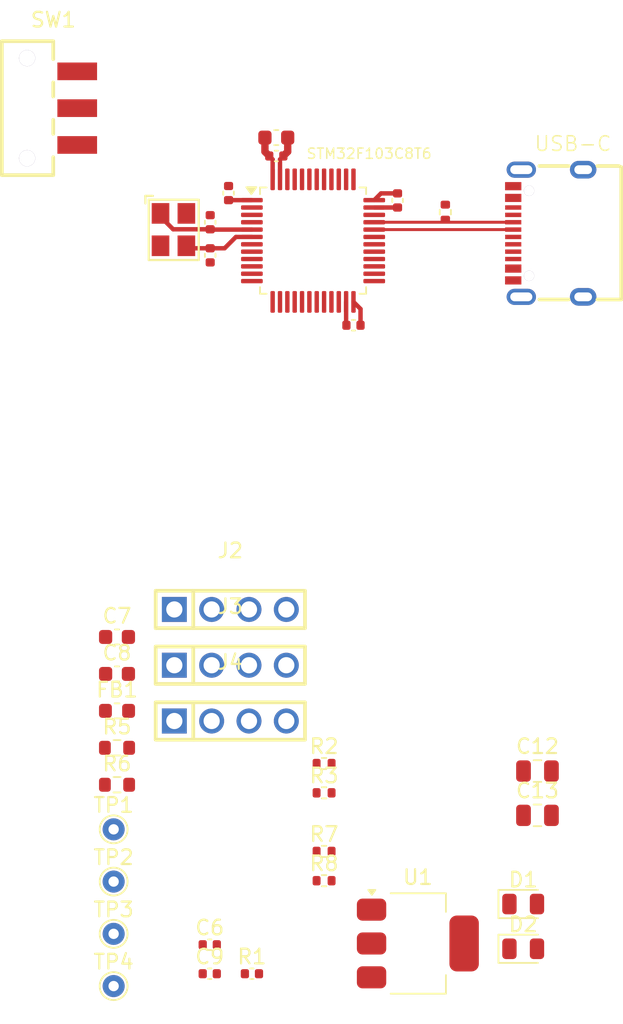
<source format=kicad_pcb>
(kicad_pcb (version 20241229) (generator "pcbnew") (generator_version "9.0")
  (layers (0 "F.Cu" signal) (2 "B.Cu" power) (13 "F.Paste" user) (15 "B.Paste" user) (5 "F.SilkS" user "F.Silkscreen") (7 "B.SilkS" user "B.Silkscreen") (1 "F.Mask" user) (3 "B.Mask" user) (25 "Edge.Cuts" user))
  (net 0 "")
  (net 1 "+3V3")
  (net 2 "GND")
  (net 3 "3V3A")
  (net 4 "/NRST")
  (net 5 "/HSE_IN")
  (net 6 "/HSE_OUT")
  (net 7 "VBUS")
  (net 8 "/PWR_LED")
  (net 9 "/DEBUG_LED")
  (net 10 "/SWDIO")
  (net 11 "/SWCLK")
  (net 12 "/USART_RX")
  (net 13 "/USART_TX")
  (net 14 "/I2C2_SDA")
  (net 15 "/I2C2_SCL")
  (net 16 "/BOOT0")
  (net 17 "/SW_BOOT0")
  (net 18 "Net-(J1-CC1)")
  (net 19 "Net-(J1-CC2)")
  (net 20 "/USB_D+")
  (net 21 "DEBUG")
  (net 24 "/USB_D-")
  (footprint "Package_QFP:LQFP-48_7x7mm_P0.5mm" (layer "F.Cu") (at 148.5 105)
    (property "Reference" "U2" (hide yes))
    (property "Value" "STM32F103C8T6")
    (fp_line (start -3.61 -3.61) (end -3.61 -3.16) (stroke (width 0.12)) (layer "F.SilkS"))
    (fp_line (start -3.61 3.61) (end -3.61 3.16) (stroke (width 0.12)) (layer "F.SilkS"))
    (fp_line (start -3.16 -3.61) (end -3.61 -3.61) (stroke (width 0.12)) (layer "F.SilkS"))
    (fp_line (start -3.16 3.61) (end -3.61 3.61) (stroke (width 0.12)) (layer "F.SilkS"))
    (fp_line (start 3.16 -3.61) (end 3.61 -3.61) (stroke (width 0.12)) (layer "F.SilkS"))
    (fp_line (start 3.16 3.61) (end 3.61 3.61) (stroke (width 0.12)) (layer "F.SilkS"))
    (fp_line (start 3.61 -3.61) (end 3.61 -3.16) (stroke (width 0.12)) (layer "F.SilkS"))
    (fp_line (start 3.61 3.61) (end 3.61 3.16) (stroke (width 0.12)) (layer "F.SilkS"))
    (fp_poly (pts (xy -4.2 -3.16) (xy -4.54 -3.63) (xy -3.86 -3.63)) (stroke (width 0.12)) (fill yes) (layer "F.SilkS"))
    (pad "1" smd roundrect (at -4.1625 -2.75) (size 1.475 0.3) (layers "F.Cu" "F.Mask" "F.Paste") (net 1 "+3V3"))
    (pad "2" smd roundrect (at -4.1625 -2.25) (size 1.475 0.3) (layers "F.Cu" "F.Mask" "F.Paste") (net 21 "DEBUG"))
    (pad "3" smd roundrect (at -4.1625 -1.75) (size 1.475 0.3) (layers "F.Cu" "F.Mask" "F.Paste"))
    (pad "4" smd roundrect (at -4.1625 -1.25) (size 1.475 0.3) (layers "F.Cu" "F.Mask" "F.Paste"))
    (pad "5" smd roundrect (at -4.1625 -0.75) (size 1.475 0.3) (layers "F.Cu" "F.Mask" "F.Paste") (net 5 "/HSE_IN"))
    (pad "6" smd roundrect (at -4.1625 -0.25) (size 1.475 0.3) (layers "F.Cu" "F.Mask" "F.Paste") (net 6 "/HSE_OUT"))
    (pad "7" smd roundrect (at -4.1625 0.25) (size 1.475 0.3) (layers "F.Cu" "F.Mask" "F.Paste") (net 4 "/NRST"))
    (pad "8" smd roundrect (at -4.1625 0.75) (size 1.475 0.3) (layers "F.Cu" "F.Mask" "F.Paste") (net 2 "GND"))
    (pad "9" smd roundrect (at -4.1625 1.25) (size 1.475 0.3) (layers "F.Cu" "F.Mask" "F.Paste") (net 3 "3V3A"))
    (pad "10" smd roundrect (at -4.1625 1.75) (size 1.475 0.3) (layers "F.Cu" "F.Mask" "F.Paste"))
    (pad "11" smd roundrect (at -4.1625 2.25) (size 1.475 0.3) (layers "F.Cu" "F.Mask" "F.Paste"))
    (pad "12" smd roundrect (at -4.1625 2.75) (size 1.475 0.3) (layers "F.Cu" "F.Mask" "F.Paste"))
    (pad "13" smd roundrect (at -2.75 4.1625) (size 0.3 1.475) (layers "F.Cu" "F.Mask" "F.Paste"))
    (pad "14" smd roundrect (at -2.25 4.1625) (size 0.3 1.475) (layers "F.Cu" "F.Mask" "F.Paste"))
    (pad "15" smd roundrect (at -1.75 4.1625) (size 0.3 1.475) (layers "F.Cu" "F.Mask" "F.Paste"))
    (pad "16" smd roundrect (at -1.25 4.1625) (size 0.3 1.475) (layers "F.Cu" "F.Mask" "F.Paste"))
    (pad "17" smd roundrect (at -0.75 4.1625) (size 0.3 1.475) (layers "F.Cu" "F.Mask" "F.Paste"))
    (pad "18" smd roundrect (at -0.25 4.1625) (size 0.3 1.475) (layers "F.Cu" "F.Mask" "F.Paste"))
    (pad "19" smd roundrect (at 0.25 4.1625) (size 0.3 1.475) (layers "F.Cu" "F.Mask" "F.Paste"))
    (pad "20" smd roundrect (at 0.75 4.1625) (size 0.3 1.475) (layers "F.Cu" "F.Mask" "F.Paste"))
    (pad "21" smd roundrect (at 1.25 4.1625) (size 0.3 1.475) (layers "F.Cu" "F.Mask" "F.Paste") (net 15 "/I2C2_SCL"))
    (pad "22" smd roundrect (at 1.75 4.1625) (size 0.3 1.475) (layers "F.Cu" "F.Mask" "F.Paste") (net 14 "/I2C2_SDA"))
    (pad "23" smd roundrect (at 2.25 4.1625) (size 0.3 1.475) (layers "F.Cu" "F.Mask" "F.Paste") (net 2 "GND"))
    (pad "24" smd roundrect (at 2.75 4.1625) (size 0.3 1.475) (layers "F.Cu" "F.Mask" "F.Paste") (net 1 "+3V3"))
    (pad "25" smd roundrect (at 4.1625 2.75) (size 1.475 0.3) (layers "F.Cu" "F.Mask" "F.Paste"))
    (pad "26" smd roundrect (at 4.1625 2.25) (size 1.475 0.3) (layers "F.Cu" "F.Mask" "F.Paste"))
    (pad "27" smd roundrect (at 4.1625 1.75) (size 1.475 0.3) (layers "F.Cu" "F.Mask" "F.Paste"))
    (pad "28" smd roundrect (at 4.1625 1.25) (size 1.475 0.3) (layers "F.Cu" "F.Mask" "F.Paste"))
    (pad "29" smd roundrect (at 4.1625 0.75) (size 1.475 0.3) (layers "F.Cu" "F.Mask" "F.Paste"))
    (pad "30" smd roundrect (at 4.1625 0.25) (size 1.475 0.3) (layers "F.Cu" "F.Mask" "F.Paste"))
    (pad "31" smd roundrect (at 4.1625 -0.25) (size 1.475 0.3) (layers "F.Cu" "F.Mask" "F.Paste"))
    (pad "32" smd roundrect (at 4.1625 -0.75) (size 1.475 0.3) (layers "F.Cu" "F.Mask" "F.Paste") (net 24 "/USB_D-"))
    (pad "33" smd roundrect (at 4.1625 -1.25) (size 1.475 0.3) (layers "F.Cu" "F.Mask" "F.Paste") (net 20 "/USB_D+"))
    (pad "34" smd roundrect (at 4.1625 -1.75) (size 1.475 0.3) (layers "F.Cu" "F.Mask" "F.Paste") (net 10 "/SWDIO"))
    (pad "35" smd roundrect (at 4.1625 -2.25) (size 1.475 0.3) (layers "F.Cu" "F.Mask" "F.Paste") (net 2 "GND"))
    (pad "36" smd roundrect (at 4.1625 -2.75) (size 1.475 0.3) (layers "F.Cu" "F.Mask" "F.Paste") (net 1 "+3V3"))
    (pad "37" smd roundrect (at 2.75 -4.1625) (size 0.3 1.475) (layers "F.Cu" "F.Mask" "F.Paste") (net 11 "/SWCLK"))
    (pad "38" smd roundrect (at 2.25 -4.1625) (size 0.3 1.475) (layers "F.Cu" "F.Mask" "F.Paste"))
    (pad "39" smd roundrect (at 1.75 -4.1625) (size 0.3 1.475) (layers "F.Cu" "F.Mask" "F.Paste"))
    (pad "40" smd roundrect (at 1.25 -4.1625) (size 0.3 1.475) (layers "F.Cu" "F.Mask" "F.Paste"))
    (pad "41" smd roundrect (at 0.75 -4.1625) (size 0.3 1.475) (layers "F.Cu" "F.Mask" "F.Paste"))
    (pad "42" smd roundrect (at 0.25 -4.1625) (size 0.3 1.475) (layers "F.Cu" "F.Mask" "F.Paste") (net 13 "/USART_TX"))
    (pad "43" smd roundrect (at -0.25 -4.1625) (size 0.3 1.475) (layers "F.Cu" "F.Mask" "F.Paste") (net 12 "/USART_RX"))
    (pad "44" smd roundrect (at -0.75 -4.1625) (size 0.3 1.475) (layers "F.Cu" "F.Mask" "F.Paste") (net 16 "/BOOT0"))
    (pad "45" smd roundrect (at -1.25 -4.1625) (size 0.3 1.475) (layers "F.Cu" "F.Mask" "F.Paste"))
    (pad "46" smd roundrect (at -1.75 -4.1625) (size 0.3 1.475) (layers "F.Cu" "F.Mask" "F.Paste"))
    (pad "47" smd roundrect (at -2.25 -4.1625) (size 0.3 1.475) (layers "F.Cu" "F.Mask" "F.Paste") (net 2 "GND"))
    (pad "48" smd roundrect (at -2.75 -4.1625) (size 0.3 1.475) (layers "F.Cu" "F.Mask" "F.Paste") (net 1 "+3V3"))
  )
  (footprint "Capacitor_SMD:C_0402_1005Metric" (layer "F.Cu") (at 146 99.25)
    (property "Reference" "C3" (hide yes))
    (property "Value" "100n")
    (fp_line (start -0.107836 -0.36) (end 0.107836 -0.36) (stroke (width 0.12)) (layer "F.SilkS"))
    (fp_line (start -0.107836 0.36) (end 0.107836 0.36) (stroke (width 0.12)) (layer "F.SilkS"))
    (pad "1" smd roundrect (at -0.48 0) (size 0.56 0.62) (layers "F.Cu" "F.Mask" "F.Paste") (net 1 "+3V3"))
    (pad "2" smd roundrect (at 0.48 0) (size 0.56 0.62) (layers "F.Cu" "F.Mask" "F.Paste") (net 2 "GND"))
  )
  (footprint "TestPoint:TestPoint_THTPad_D1.5mm_Drill0.7mm" (layer "F.Cu") (at 134.93 155.6475)
    (property "Reference" "TP4" (at 0 -1.648 0) (layer "F.SilkS"))
    (property "Value" "TestPoint")
    (fp_circle (center 0 0) (end 0 0.95) (stroke (width 0.12)) (fill no) (layer "F.SilkS"))
    (pad "1" thru_hole circle (at 0 0) (size 1.5 1.5) (drill 0.7) (layers "*.Cu" "*.Mask") (net 2 "GND"))
  )
  (footprint "Resistor_SMD:R_0402_1005Metric" (layer "F.Cu") (at 149.25 140.5275)
    (property "Reference" "R2" (at 0 -1.17 0) (layer "F.SilkS"))
    (property "Value" "5k1")
    (fp_line (start -0.153641 -0.38) (end 0.153641 -0.38) (stroke (width 0.12)) (layer "F.SilkS"))
    (fp_line (start -0.153641 0.38) (end 0.153641 0.38) (stroke (width 0.12)) (layer "F.SilkS"))
    (pad "1" smd roundrect (at -0.51 0) (size 0.54 0.64) (layers "F.Cu" "F.Mask" "F.Paste") (net 2 "GND"))
    (pad "2" smd roundrect (at 0.51 0) (size 0.54 0.64) (layers "F.Cu" "F.Mask" "F.Paste") (net 18 "Net-(J1-CC1)"))
  )
  (footprint "Capacitor_SMD:C_0402_1005Metric" (layer "F.Cu") (at 141.47 152.8375)
    (property "Reference" "C6" (at 0 -1.16 0) (layer "F.SilkS"))
    (property "Value" "10n")
    (fp_line (start -0.107836 -0.36) (end 0.107836 -0.36) (stroke (width 0.12)) (layer "F.SilkS"))
    (fp_line (start -0.107836 0.36) (end 0.107836 0.36) (stroke (width 0.12)) (layer "F.SilkS"))
    (pad "1" smd roundrect (at -0.48 0) (size 0.56 0.62) (layers "F.Cu" "F.Mask" "F.Paste") (net 3 "3V3A"))
    (pad "2" smd roundrect (at 0.48 0) (size 0.56 0.62) (layers "F.Cu" "F.Mask" "F.Paste") (net 2 "GND"))
  )
  (footprint "LED_SMD:LED_0805_2012Metric" (layer "F.Cu") (at 162.8 153.1125)
    (property "Reference" "D2" (at 0 -1.65 0) (layer "F.SilkS"))
    (property "Value" "YELLOW")
    (fp_line (start -1.685 -0.96) (end -1.685 0.96) (stroke (width 0.12)) (layer "F.SilkS"))
    (fp_line (start -1.685 0.96) (end 1 0.96) (stroke (width 0.12)) (layer "F.SilkS"))
    (fp_line (start 1 -0.96) (end -1.685 -0.96) (stroke (width 0.12)) (layer "F.SilkS"))
    (pad "1" smd roundrect (at -0.9375 0) (size 0.975 1.4) (layers "F.Cu" "F.Mask" "F.Paste") (net 2 "GND"))
    (pad "2" smd roundrect (at 0.9375 0) (size 0.975 1.4) (layers "F.Cu" "F.Mask" "F.Paste") (net 9 "/DEBUG_LED"))
  )
  (footprint "Capacitor_SMD:C_0603_1608Metric" (layer "F.Cu") (at 135.16 131.9275)
    (property "Reference" "C7" (at 0 -1.43 0) (layer "F.SilkS"))
    (property "Value" "1u")
    (fp_line (start -0.14058 -0.51) (end 0.14058 -0.51) (stroke (width 0.12)) (layer "F.SilkS"))
    (fp_line (start -0.14058 0.51) (end 0.14058 0.51) (stroke (width 0.12)) (layer "F.SilkS"))
    (pad "1" smd roundrect (at -0.775 0) (size 0.9 0.95) (layers "F.Cu" "F.Mask" "F.Paste") (net 3 "3V3A"))
    (pad "2" smd roundrect (at 0.775 0) (size 0.9 0.95) (layers "F.Cu" "F.Mask" "F.Paste") (net 2 "GND"))
  )
  (footprint "Resistor_SMD:R_0402_1005Metric" (layer "F.Cu") (at 149.25 146.4975)
    (property "Reference" "R7" (at 0 -1.17 0) (layer "F.SilkS"))
    (property "Value" "1k5")
    (fp_line (start -0.153641 -0.38) (end 0.153641 -0.38) (stroke (width 0.12)) (layer "F.SilkS"))
    (fp_line (start -0.153641 0.38) (end 0.153641 0.38) (stroke (width 0.12)) (layer "F.SilkS"))
    (pad "1" smd roundrect (at -0.51 0) (size 0.54 0.64) (layers "F.Cu" "F.Mask" "F.Paste") (net 15 "/I2C2_SCL"))
    (pad "2" smd roundrect (at 0.51 0) (size 0.54 0.64) (layers "F.Cu" "F.Mask" "F.Paste") (net 1 "+3V3"))
  )
  (footprint "Package_TO_SOT_SMD:SOT-223-3_TabPin2" (layer "F.Cu") (at 155.63 152.7525)
    (property "Reference" "U1" (at 0 -4.5 0) (layer "F.SilkS"))
    (property "Value" "AMS1117-3.3")
    (fp_line (start -1.85 -3.41) (end 1.91 -3.41) (stroke (width 0.12)) (layer "F.SilkS"))
    (fp_line (start -1.85 3.41) (end 1.91 3.41) (stroke (width 0.12)) (layer "F.SilkS"))
    (fp_line (start 1.91 -3.41) (end 1.91 -2.15) (stroke (width 0.12)) (layer "F.SilkS"))
    (fp_line (start 1.91 3.41) (end 1.91 2.15) (stroke (width 0.12)) (layer "F.SilkS"))
    (fp_poly (pts (xy -3.13 -3.31) (xy -3.37 -3.64) (xy -2.89 -3.64) (xy -3.13 -3.31)) (stroke (width 0.12)) (fill yes) (layer "F.SilkS"))
    (pad "1" smd roundrect (at -3.15 -2.3) (size 2 1.5) (layers "F.Cu" "F.Mask" "F.Paste") (net 2 "GND"))
    (pad "2" smd roundrect (at -3.15 0) (size 2 1.5) (layers "F.Cu" "F.Mask" "F.Paste") (net 1 "+3V3"))
    (pad "2" smd roundrect (at 3.15 0) (size 2 3.8) (layers "F.Cu" "F.Mask" "F.Paste") (net 1 "+3V3"))
    (pad "3" smd roundrect (at -3.15 2.3) (size 2 1.5) (layers "F.Cu" "F.Mask" "F.Paste") (net 7 "VBUS"))
  )
  (footprint "libs:HDR-TH_4P-P2.54-V-M" (layer "F.Cu") (at 142.87 130.0575)
    (property "Reference" "J2" (at 0 -4 0) (layer "F.SilkS"))
    (property "Value" "Conn_01x04_Pin")
    (fp_line (start -5.08 -1.27) (end -2.52 -1.27) (stroke (width 0.25)) (layer "F.SilkS"))
    (fp_line (start -5.08 1.27) (end -5.08 -1.27) (stroke (width 0.25)) (layer "F.SilkS"))
    (fp_line (start -2.52 -1.27) (end -2.52 1.27) (stroke (width 0.25)) (layer "F.SilkS"))
    (fp_line (start -2.52 -1.27) (end 5.08 -1.27) (stroke (width 0.25)) (layer "F.SilkS"))
    (fp_line (start 5.08 -1.27) (end 5.08 1.27) (stroke (width 0.25)) (layer "F.SilkS"))
    (fp_line (start 5.08 1.27) (end -5.08 1.27) (stroke (width 0.25)) (layer "F.SilkS"))
    (pad "1" thru_hole rect (at -3.81 0) (size 1.7 1.7) (drill 1.100023) (layers "*.Cu" "*.Mask") (net 2 "GND"))
    (pad "2" thru_hole circle (at -1.27 0) (size 1.7 1.7) (drill 1.100023) (layers "*.Cu" "*.Mask") (net 11 "/SWCLK"))
    (pad "3" thru_hole circle (at 1.27 0) (size 1.7 1.7) (drill 1.100023) (layers "*.Cu" "*.Mask") (net 10 "/SWDIO"))
    (pad "4" thru_hole circle (at 3.81 0) (size 1.7 1.7) (drill 1.100023) (layers "*.Cu" "*.Mask") (net 1 "+3V3"))
  )
  (footprint "libs:HDR-TH_4P-P2.54-V-M" (layer "F.Cu") (at 142.87 137.6375)
    (property "Reference" "J4" (at 0 -4 0) (layer "F.SilkS"))
    (property "Value" "Conn_01x04_Pin")
    (fp_line (start -5.08 -1.27) (end -2.52 -1.27) (stroke (width 0.25)) (layer "F.SilkS"))
    (fp_line (start -5.08 1.27) (end -5.08 -1.27) (stroke (width 0.25)) (layer "F.SilkS"))
    (fp_line (start -2.52 -1.27) (end -2.52 1.27) (stroke (width 0.25)) (layer "F.SilkS"))
    (fp_line (start -2.52 -1.27) (end 5.08 -1.27) (stroke (width 0.25)) (layer "F.SilkS"))
    (fp_line (start 5.08 -1.27) (end 5.08 1.27) (stroke (width 0.25)) (layer "F.SilkS"))
    (fp_line (start 5.08 1.27) (end -5.08 1.27) (stroke (width 0.25)) (layer "F.SilkS"))
    (pad "1" thru_hole rect (at -3.81 0) (size 1.7 1.7) (drill 1.100023) (layers "*.Cu" "*.Mask") (net 2 "GND"))
    (pad "2" thru_hole circle (at -1.27 0) (size 1.7 1.7) (drill 1.100023) (layers "*.Cu" "*.Mask") (net 14 "/I2C2_SDA"))
    (pad "3" thru_hole circle (at 1.27 0) (size 1.7 1.7) (drill 1.100023) (layers "*.Cu" "*.Mask") (net 15 "/I2C2_SCL"))
    (pad "4" thru_hole circle (at 3.81 0) (size 1.7 1.7) (drill 1.100023) (layers "*.Cu" "*.Mask") (net 1 "+3V3"))
  )
  (footprint "Capacitor_SMD:C_0402_1005Metric" (layer "F.Cu") (at 151.25 110.75 180)
    (property "Reference" "C2" (hide yes))
    (property "Value" "100n")
    (fp_line (start -0.107836 0.36) (end 0.107836 0.36) (stroke (width 0.12)) (layer "F.SilkS"))
    (fp_line (start -0.107836 -0.36) (end 0.107836 -0.36) (stroke (width 0.12)) (layer "F.SilkS"))
    (pad "1" smd roundrect (at -0.48 0 180) (size 0.56 0.62) (layers "F.Cu" "F.Mask" "F.Paste") (net 1 "+3V3"))
    (pad "2" smd roundrect (at 0.48 0 180) (size 0.56 0.62) (layers "F.Cu" "F.Mask" "F.Paste") (net 2 "GND"))
  )
  (footprint "Resistor_SMD:R_0603_1608Metric" (layer "F.Cu") (at 135.16 139.4575)
    (property "Reference" "R5" (at 0 -1.43 0) (layer "F.SilkS"))
    (property "Value" "470R")
    (fp_line (start -0.237258 -0.5225) (end 0.237258 -0.5225) (stroke (width 0.12)) (layer "F.SilkS"))
    (fp_line (start -0.237258 0.5225) (end 0.237258 0.5225) (stroke (width 0.12)) (layer "F.SilkS"))
    (pad "1" smd roundrect (at -0.825 0) (size 0.8 0.95) (layers "F.Cu" "F.Mask" "F.Paste") (net 1 "+3V3"))
    (pad "2" smd roundrect (at 0.825 0) (size 0.8 0.95) (layers "F.Cu" "F.Mask" "F.Paste") (net 8 "/PWR_LED"))
  )
  (footprint "Capacitor_SMD:C_0603_1608Metric" (layer "F.Cu") (at 135.16 134.4375)
    (property "Reference" "C8" (at 0 -1.43 0) (layer "F.SilkS"))
    (property "Value" "1u")
    (fp_line (start -0.14058 -0.51) (end 0.14058 -0.51) (stroke (width 0.12)) (layer "F.SilkS"))
    (fp_line (start -0.14058 0.51) (end 0.14058 0.51) (stroke (width 0.12)) (layer "F.SilkS"))
    (pad "1" smd roundrect (at -0.775 0) (size 0.9 0.95) (layers "F.Cu" "F.Mask" "F.Paste") (net 1 "+3V3"))
    (pad "2" smd roundrect (at 0.775 0) (size 0.9 0.95) (layers "F.Cu" "F.Mask" "F.Paste") (net 2 "GND"))
  )
  (footprint "Capacitor_SMD:C_0402_1005Metric" (layer "F.Cu") (at 141.5 106 -90)
    (property "Reference" "C11" (hide yes))
    (property "Value" "10p")
    (fp_line (start -0.107836 0.36) (end 0.107836 0.36) (stroke (width 0.12)) (layer "F.SilkS"))
    (fp_line (start -0.107836 -0.36) (end 0.107836 -0.36) (stroke (width 0.12)) (layer "F.SilkS"))
    (pad "1" smd roundrect (at -0.48 0 270) (size 0.56 0.62) (layers "F.Cu" "F.Mask" "F.Paste") (net 6 "/HSE_OUT"))
    (pad "2" smd roundrect (at 0.48 0 270) (size 0.56 0.62) (layers "F.Cu" "F.Mask" "F.Paste") (net 2 "GND"))
  )
  (footprint "Capacitor_SMD:C_0603_1608Metric" (layer "F.Cu") (at 146 98)
    (property "Reference" "C5" (hide yes))
    (property "Value" "10u")
    (fp_line (start -0.14058 -0.51) (end 0.14058 -0.51) (stroke (width 0.12)) (layer "F.SilkS"))
    (fp_line (start -0.14058 0.51) (end 0.14058 0.51) (stroke (width 0.12)) (layer "F.SilkS"))
    (pad "1" smd roundrect (at -0.775 0) (size 0.9 0.95) (layers "F.Cu" "F.Mask" "F.Paste") (net 1 "+3V3"))
    (pad "2" smd roundrect (at 0.775 0) (size 0.9 0.95) (layers "F.Cu" "F.Mask" "F.Paste") (net 2 "GND"))
  )
  (footprint "Capacitor_SMD:C_0805_2012Metric" (layer "F.Cu") (at 163.77 141.0375)
    (property "Reference" "C12" (at 0 -1.68 0) (layer "F.SilkS"))
    (property "Value" "22u")
    (fp_line (start -0.261252 -0.735) (end 0.261252 -0.735) (stroke (width 0.12)) (layer "F.SilkS"))
    (fp_line (start -0.261252 0.735) (end 0.261252 0.735) (stroke (width 0.12)) (layer "F.SilkS"))
    (pad "1" smd roundrect (at -0.95 0) (size 1 1.45) (layers "F.Cu" "F.Mask" "F.Paste") (net 7 "VBUS"))
    (pad "2" smd roundrect (at 0.95 0) (size 1 1.45) (layers "F.Cu" "F.Mask" "F.Paste") (net 2 "GND"))
  )
  (footprint "Resistor_SMD:R_0402_1005Metric" (layer "F.Cu") (at 157.5 103.065 90)
    (property "Reference" "R4" (hide yes))
    (property "Value" "1k5")
    (fp_line (start -0.153641 -0.38) (end 0.153641 -0.38) (stroke (width 0.12)) (layer "F.SilkS"))
    (fp_line (start -0.153641 0.38) (end 0.153641 0.38) (stroke (width 0.12)) (layer "F.SilkS"))
    (pad "1" smd roundrect (at -0.51 0 90) (size 0.54 0.64) (layers "F.Cu" "F.Mask" "F.Paste") (net 20 "/USB_D+"))
    (pad "2" smd roundrect (at 0.51 0 90) (size 0.54 0.64) (layers "F.Cu" "F.Mask" "F.Paste") (net 1 "+3V3"))
  )
  (footprint "Capacitor_SMD:C_0805_2012Metric" (layer "F.Cu") (at 163.77 144.0475)
    (property "Reference" "C13" (at 0 -1.68 0) (layer "F.SilkS"))
    (property "Value" "22u")
    (fp_line (start -0.261252 -0.735) (end 0.261252 -0.735) (stroke (width 0.12)) (layer "F.SilkS"))
    (fp_line (start -0.261252 0.735) (end 0.261252 0.735) (stroke (width 0.12)) (layer "F.SilkS"))
    (pad "1" smd roundrect (at -0.95 0) (size 1 1.45) (layers "F.Cu" "F.Mask" "F.Paste") (net 1 "+3V3"))
    (pad "2" smd roundrect (at 0.95 0) (size 1 1.45) (layers "F.Cu" "F.Mask" "F.Paste") (net 2 "GND"))
  )
  (footprint "TestPoint:TestPoint_THTPad_D1.5mm_Drill0.7mm" (layer "F.Cu") (at 134.93 148.5475)
    (property "Reference" "TP2" (at 0 -1.648 0) (layer "F.SilkS"))
    (property "Value" "TestPoint")
    (fp_circle (center 0 0) (end 0 0.95) (stroke (width 0.12)) (fill no) (layer "F.SilkS"))
    (pad "1" thru_hole circle (at 0 0) (size 1.5 1.5) (drill 0.7) (layers "*.Cu" "*.Mask") (net 1 "+3V3"))
  )
  (footprint "libs:SW-SMD_K3-1280S-K1" (layer "F.Cu") (at 132.4525 96 180)
    (property "Reference" "SW1" (at 1.63 6 0) (layer "F.SilkS"))
    (property "Value" "SW_SPDT")
    (fp_line (start 5.13 4.55) (end 1.63 4.55) (stroke (width 0.25)) (layer "F.SilkS"))
    (fp_line (start 5.13 -0.25) (end 5.13 -0.23) (stroke (width 0.25)) (layer "F.SilkS"))
    (fp_line (start 5.13 -1.75) (end 5.13 -1.74) (stroke (width 0.25)) (layer "F.SilkS"))
    (fp_line (start 5.13 -4.55) (end 5.13 4.55) (stroke (width 0.25)) (layer "F.SilkS"))
    (fp_line (start 1.63 3.33) (end 1.63 4.55) (stroke (width 0.25)) (layer "F.SilkS"))
    (fp_line (start 1.63 0.79) (end 1.63 1.75) (stroke (width 0.25)) (layer "F.SilkS"))
    (fp_line (start 1.63 -1.75) (end 1.63 -0.79) (stroke (width 0.25)) (layer "F.SilkS"))
    (fp_line (start 1.63 -4.55) (end 5.13 -4.55) (stroke (width 0.25)) (layer "F.SilkS"))
    (fp_line (start 1.63 -4.55) (end 1.63 -3.33) (stroke (width 0.25)) (layer "F.SilkS"))
    (pad "" thru_hole circle (at 3.41 -3.4 180) (size 1.1 1.1) (drill 1.1) (layers "*.Cu" "*.Mask"))
    (pad "" thru_hole circle (at 3.41 3.4 180) (size 1.1 1.1) (drill 1.1) (layers "*.Cu" "*.Mask"))
    (pad "1" smd rect (at 0 -2.5 180) (size 2.7 1.2) (layers "F.Cu" "F.Mask" "F.Paste") (net 1 "+3V3"))
    (pad "2" smd rect (at 0 0 180) (size 2.7 1.2) (layers "F.Cu" "F.Mask" "F.Paste") (net 17 "/SW_BOOT0"))
    (pad "3" smd rect (at 0 2.5 180) (size 2.7 1.2) (layers "F.Cu" "F.Mask" "F.Paste") (net 2 "GND"))
  )
  (footprint "Capacitor_SMD:C_0402_1005Metric" (layer "F.Cu") (at 141.47 154.8075)
    (property "Reference" "C9" (at 0 -1.16 0) (layer "F.SilkS"))
    (property "Value" "100n")
    (fp_line (start -0.107836 -0.36) (end 0.107836 -0.36) (stroke (width 0.12)) (layer "F.SilkS"))
    (fp_line (start -0.107836 0.36) (end 0.107836 0.36) (stroke (width 0.12)) (layer "F.SilkS"))
    (pad "1" smd roundrect (at -0.48 0) (size 0.56 0.62) (layers "F.Cu" "F.Mask" "F.Paste") (net 4 "/NRST"))
    (pad "2" smd roundrect (at 0.48 0) (size 0.56 0.62) (layers "F.Cu" "F.Mask" "F.Paste") (net 2 "GND"))
  )
  (footprint "Resistor_SMD:R_0402_1005Metric" (layer "F.Cu") (at 149.25 148.4875)
    (property "Reference" "R8" (at 0 -1.17 0) (layer "F.SilkS"))
    (property "Value" "1k5")
    (fp_line (start -0.153641 -0.38) (end 0.153641 -0.38) (stroke (width 0.12)) (layer "F.SilkS"))
    (fp_line (start -0.153641 0.38) (end 0.153641 0.38) (stroke (width 0.12)) (layer "F.SilkS"))
    (pad "1" smd roundrect (at -0.51 0) (size 0.54 0.64) (layers "F.Cu" "F.Mask" "F.Paste") (net 14 "/I2C2_SDA"))
    (pad "2" smd roundrect (at 0.51 0) (size 0.54 0.64) (layers "F.Cu" "F.Mask" "F.Paste") (net 1 "+3V3"))
  )
  (footprint "Resistor_SMD:R_0603_1608Metric" (layer "F.Cu") (at 135.16 141.9675)
    (property "Reference" "R6" (at 0 -1.43 0) (layer "F.SilkS"))
    (property "Value" "1k")
    (fp_line (start -0.237258 -0.5225) (end 0.237258 -0.5225) (stroke (width 0.12)) (layer "F.SilkS"))
    (fp_line (start -0.237258 0.5225) (end 0.237258 0.5225) (stroke (width 0.12)) (layer "F.SilkS"))
    (pad "1" smd roundrect (at -0.825 0) (size 0.8 0.95) (layers "F.Cu" "F.Mask" "F.Paste") (net 21 "DEBUG"))
    (pad "2" smd roundrect (at 0.825 0) (size 0.8 0.95) (layers "F.Cu" "F.Mask" "F.Paste") (net 9 "/DEBUG_LED"))
  )
  (footprint "Capacitor_SMD:C_0402_1005Metric" (layer "F.Cu") (at 154.25 102.27 -90)
    (property "Reference" "C1" (hide yes))
    (property "Value" "100n")
    (fp_line (start -0.107836 0.36) (end 0.107836 0.36) (stroke (width 0.12)) (layer "F.SilkS"))
    (fp_line (start -0.107836 -0.36) (end 0.107836 -0.36) (stroke (width 0.12)) (layer "F.SilkS"))
    (pad "1" smd roundrect (at -0.48 0 270) (size 0.56 0.62) (layers "F.Cu" "F.Mask" "F.Paste") (net 1 "+3V3"))
    (pad "2" smd roundrect (at 0.48 0 270) (size 0.56 0.62) (layers "F.Cu" "F.Mask" "F.Paste") (net 2 "GND"))
  )
  (footprint "Resistor_SMD:R_0402_1005Metric" (layer "F.Cu") (at 149.25 142.5175)
    (property "Reference" "R3" (at 0 -1.17 0) (layer "F.SilkS"))
    (property "Value" "5k1")
    (fp_line (start -0.153641 -0.38) (end 0.153641 -0.38) (stroke (width 0.12)) (layer "F.SilkS"))
    (fp_line (start -0.153641 0.38) (end 0.153641 0.38) (stroke (width 0.12)) (layer "F.SilkS"))
    (pad "1" smd roundrect (at -0.51 0) (size 0.54 0.64) (layers "F.Cu" "F.Mask" "F.Paste") (net 2 "GND"))
    (pad "2" smd roundrect (at 0.51 0) (size 0.54 0.64) (layers "F.Cu" "F.Mask" "F.Paste") (net 19 "Net-(J1-CC2)"))
  )
  (footprint "Capacitor_SMD:C_0402_1005Metric" (layer "F.Cu") (at 142.75 101.77 90)
    (property "Reference" "C4" (hide yes))
    (property "Value" "100n")
    (fp_line (start -0.107836 -0.36) (end 0.107836 -0.36) (stroke (width 0.12)) (layer "F.SilkS"))
    (fp_line (start -0.107836 0.36) (end 0.107836 0.36) (stroke (width 0.12)) (layer "F.SilkS"))
    (pad "1" smd roundrect (at -0.48 0 90) (size 0.56 0.62) (layers "F.Cu" "F.Mask" "F.Paste") (net 1 "+3V3"))
    (pad "2" smd roundrect (at 0.48 0 90) (size 0.56 0.62) (layers "F.Cu" "F.Mask" "F.Paste") (net 2 "GND"))
  )
  (footprint "libs:USB-C-SMD_TYPE-C-6PIN-2MD-073" (layer "F.Cu") (at 164.5 104.5 90)
    (property "Reference" "J1" (hide yes))
    (property "Value" "USB_C_Receptacle_USB2.0_16P" (hide yes))
    (fp_line (start 4.57 1.39) (end 4.57 -0.6) (stroke (width 0.25)) (layer "F.SilkS"))
    (fp_line (start -4.5 1.39) (end -4.5 -0.6) (stroke (width 0.25)) (layer "F.SilkS"))
    (fp_line (start 4.57 4.82) (end 4.57 3.35) (stroke (width 0.25)) (layer "F.SilkS"))
    (fp_line (start 4.5 4.97) (end -4.5 4.97) (stroke (width 0.25)) (layer "F.SilkS"))
    (fp_line (start -4.5 4.97) (end -4.5 3.35) (stroke (width 0.25)) (layer "F.SilkS"))
    (pad "" thru_hole circle (at -2.89 -1.3 90) (size 0.7 0.7) (drill 0.7) (layers "*.Cu" "*.Mask"))
    (pad "" thru_hole circle (at 2.89 -1.3 90) (size 0.7 0.7) (drill 0.7) (layers "*.Cu" "*.Mask"))
    (pad "A1" smd rect (at -3.2 -2.38 90) (size 0.55 1.1) (layers "F.Cu" "F.Mask" "F.Paste") (net 2 "GND"))
    (pad "A4" smd rect (at -2.4 -2.38 90) (size 0.55 1.1) (layers "F.Cu" "F.Mask" "F.Paste") (net 7 "VBUS"))
    (pad "A5" smd rect (at -1.25 -2.38 90) (size 0.3 1.1) (layers "F.Cu" "F.Mask" "F.Paste") (net 18 "Net-(J1-CC1)"))
    (pad "A6" smd rect (at -0.25 -2.38 90) (size 0.3 1.1) (layers "F.Cu" "F.Mask" "F.Paste") (net 20 "/USB_D+"))
    (pad "A7" smd rect (at -0.75 -2.38 90) (size 0.3 1.1) (layers "F.Cu" "F.Mask" "F.Paste") (net 24 "/USB_D-"))
    (pad "A8" smd rect (at 1.25 -2.38 90) (size 0.3 1.1) (layers "F.Cu" "F.Mask" "F.Paste"))
    (pad "A9" smd rect (at -2.4 -2.38 90) (size 0.55 1.1) (layers "F.Cu" "F.Mask" "F.Paste") (net 7 "VBUS"))
    (pad "A12" smd rect (at -3.2 -2.38 90) (size 0.55 1.1) (layers "F.Cu" "F.Mask" "F.Paste") (net 2 "GND"))
    (pad "B1" smd rect (at 3.2 -2.38 90) (size 0.55 1.1) (layers "F.Cu" "F.Mask" "F.Paste") (net 2 "GND"))
    (pad "B4" smd rect (at 2.4 -2.38 90) (size 0.55 1.1) (layers "F.Cu" "F.Mask" "F.Paste") (net 7 "VBUS"))
    (pad "B5" smd rect (at 1.75 -2.38 90) (size 0.3 1.1) (layers "F.Cu" "F.Mask" "F.Paste") (net 19 "Net-(J1-CC2)"))
    (pad "B6" smd rect (at 0.75 -2.38 90) (size 0.3 1.1) (layers "F.Cu" "F.Mask" "F.Paste") (net 20 "/USB_D+"))
    (pad "B7" smd rect (at 0.25 -2.38 90) (size 0.3 1.1) (layers "F.Cu" "F.Mask" "F.Paste") (net 24 "/USB_D-"))
    (pad "B8" smd rect (at -1.75 -2.38 90) (size 0.3 1.1) (layers "F.Cu" "F.Mask" "F.Paste"))
    (pad "B9" smd rect (at 2.4 -2.38 90) (size 0.55 1.1) (layers "F.Cu" "F.Mask" "F.Paste") (net 7 "VBUS"))
    (pad "B12" smd rect (at 3.2 -2.38 90) (size 0.55 1.1) (layers "F.Cu" "F.Mask" "F.Paste") (net 2 "GND"))
    (pad "S1" thru_hole oval (at -4.32 -1.83 90) (size 1.1 2) (drill oval 0.599999 1.499997) (layers "*.Cu" "*.Mask") (net 2 "GND"))
    (pad "S1" thru_hole oval (at -4.32 2.38 90) (size 1.2 1.8) (drill oval 0.599999 1.199998) (layers "*.Cu" "*.Mask") (net 2 "GND"))
    (pad "S1" thru_hole oval (at 4.32 -1.83 90) (size 1.1 2) (drill oval 0.599999 1.500022) (layers "*.Cu" "*.Mask") (net 2 "GND"))
    (pad "S1" thru_hole oval (at 4.32 2.38 90) (size 1.2 1.8) (drill oval 0.599999 1.199998) (layers "*.Cu" "*.Mask") (net 2 "GND"))
  )
  (footprint "TestPoint:TestPoint_THTPad_D1.5mm_Drill0.7mm" (layer "F.Cu") (at 134.93 144.9975)
    (property "Reference" "TP1" (at 0 -1.648 0) (layer "F.SilkS"))
    (property "Value" "TestPoint")
    (fp_circle (center 0 0) (end 0 0.95) (stroke (width 0.12)) (fill no) (layer "F.SilkS"))
    (pad "1" thru_hole circle (at 0 0) (size 1.5 1.5) (drill 0.7) (layers "*.Cu" "*.Mask") (net 21 "DEBUG"))
  )
  (footprint "Capacitor_SMD:C_0402_1005Metric" (layer "F.Cu") (at 144.34 154.8075)
    (property "Reference" "R1" (at 0 -1.16 0) (layer "F.SilkS"))
    (property "Value" "10k")
    (fp_line (start -0.107836 -0.36) (end 0.107836 -0.36) (stroke (width 0.12)) (layer "F.SilkS"))
    (fp_line (start -0.107836 0.36) (end 0.107836 0.36) (stroke (width 0.12)) (layer "F.SilkS"))
    (pad "1" smd roundrect (at -0.48 0) (size 0.56 0.62) (layers "F.Cu" "F.Mask" "F.Paste") (net 17 "/SW_BOOT0"))
    (pad "2" smd roundrect (at 0.48 0) (size 0.56 0.62) (layers "F.Cu" "F.Mask" "F.Paste") (net 16 "/BOOT0"))
  )
  (footprint "LED_SMD:LED_0805_2012Metric" (layer "F.Cu") (at 162.8 150.0725)
    (property "Reference" "D1" (at 0 -1.65 0) (layer "F.SilkS"))
    (property "Value" "GREEN")
    (fp_line (start -1.685 -0.96) (end -1.685 0.96) (stroke (width 0.12)) (layer "F.SilkS"))
    (fp_line (start -1.685 0.96) (end 1 0.96) (stroke (width 0.12)) (layer "F.SilkS"))
    (fp_line (start 1 -0.96) (end -1.685 -0.96) (stroke (width 0.12)) (layer "F.SilkS"))
    (pad "1" smd roundrect (at -0.9375 0) (size 0.975 1.4) (layers "F.Cu" "F.Mask" "F.Paste") (net 2 "GND"))
    (pad "2" smd roundrect (at 0.9375 0) (size 0.975 1.4) (layers "F.Cu" "F.Mask" "F.Paste") (net 8 "/PWR_LED"))
  )
  (footprint "TestPoint:TestPoint_THTPad_D1.5mm_Drill0.7mm" (layer "F.Cu") (at 134.93 152.0975)
    (property "Reference" "TP3" (at 0 -1.648 0) (layer "F.SilkS"))
    (property "Value" "TestPoint")
    (fp_circle (center 0 0) (end 0 0.95) (stroke (width 0.12)) (fill no) (layer "F.SilkS"))
    (pad "1" thru_hole circle (at 0 0) (size 1.5 1.5) (drill 0.7) (layers "*.Cu" "*.Mask") (net 7 "VBUS"))
  )
  (footprint "libs:OSC-SMD_4P-L3.2-W2.5-BL" (layer "F.Cu") (at 139 104.25 -90)
    (property "Reference" "Y1" (hide yes))
    (property "Value" "16MHz")
    (fp_line (start -2.29 1.91) (end -1.78 1.91) (stroke (width 0.15)) (layer "F.SilkS"))
    (fp_line (start -2.03 1.68) (end 2.07 1.68) (stroke (width 0.15)) (layer "F.SilkS"))
    (fp_line (start 2.07 1.68) (end 2.07 -1.72) (stroke (width 0.15)) (layer "F.SilkS"))
    (fp_line (start -2.29 1.4) (end -2.29 1.91) (stroke (width 0.15)) (layer "F.SilkS"))
    (fp_line (start -2.03 -1.72) (end -2.03 1.68) (stroke (width 0.15)) (layer "F.SilkS"))
    (fp_line (start 2.07 -1.72) (end -2.03 -1.72) (stroke (width 0.15)) (layer "F.SilkS"))
    (pad "1" smd rect (at -1.1 0.88 270) (size 1.4 1.2) (layers "F.Cu" "F.Mask" "F.Paste") (net 5 "/HSE_IN"))
    (pad "2" smd rect (at 1.1 0.88 270) (size 1.4 1.2) (layers "F.Cu" "F.Mask" "F.Paste") (net 2 "GND"))
    (pad "3" smd rect (at 1.1 -0.88 270) (size 1.4 1.2) (layers "F.Cu" "F.Mask" "F.Paste") (net 6 "/HSE_OUT"))
    (pad "4" smd rect (at -1.1 -0.88 270) (size 1.4 1.2) (layers "F.Cu" "F.Mask" "F.Paste") (net 2 "GND"))
  )
  (footprint "Capacitor_SMD:C_0402_1005Metric" (layer "F.Cu") (at 141.5 103.75 90)
    (property "Reference" "C10" (hide yes))
    (property "Value" "10p")
    (fp_line (start -0.107836 -0.36) (end 0.107836 -0.36) (stroke (width 0.12)) (layer "F.SilkS"))
    (fp_line (start -0.107836 0.36) (end 0.107836 0.36) (stroke (width 0.12)) (layer "F.SilkS"))
    (pad "1" smd roundrect (at -0.48 0 90) (size 0.56 0.62) (layers "F.Cu" "F.Mask" "F.Paste") (net 5 "/HSE_IN"))
    (pad "2" smd roundrect (at 0.48 0 90) (size 0.56 0.62) (layers "F.Cu" "F.Mask" "F.Paste") (net 2 "GND"))
  )
  (footprint "libs:HDR-TH_4P-P2.54-V-M" (layer "F.Cu") (at 142.87 133.8475)
    (property "Reference" "J3" (at 0 -4 0) (layer "F.SilkS"))
    (property "Value" "Conn_01x04_Pin")
    (fp_line (start -5.08 -1.27) (end -2.52 -1.27) (stroke (width 0.25)) (layer "F.SilkS"))
    (fp_line (start -5.08 1.27) (end -5.08 -1.27) (stroke (width 0.25)) (layer "F.SilkS"))
    (fp_line (start -2.52 -1.27) (end -2.52 1.27) (stroke (width 0.25)) (layer "F.SilkS"))
    (fp_line (start -2.52 -1.27) (end 5.08 -1.27) (stroke (width 0.25)) (layer "F.SilkS"))
    (fp_line (start 5.08 -1.27) (end 5.08 1.27) (stroke (width 0.25)) (layer "F.SilkS"))
    (fp_line (start 5.08 1.27) (end -5.08 1.27) (stroke (width 0.25)) (layer "F.SilkS"))
    (pad "1" thru_hole rect (at -3.81 0) (size 1.7 1.7) (drill 1.100023) (layers "*.Cu" "*.Mask") (net 2 "GND"))
    (pad "2" thru_hole circle (at -1.27 0) (size 1.7 1.7) (drill 1.100023) (layers "*.Cu" "*.Mask") (net 12 "/USART_RX"))
    (pad "3" thru_hole circle (at 1.27 0) (size 1.7 1.7) (drill 1.100023) (layers "*.Cu" "*.Mask") (net 13 "/USART_TX"))
    (pad "4" thru_hole circle (at 3.81 0) (size 1.7 1.7) (drill 1.100023) (layers "*.Cu" "*.Mask") (net 1 "+3V3"))
  )
  (footprint "Inductor_SMD:L_0603_1608Metric" (layer "F.Cu") (at 135.16 136.9475)
    (property "Reference" "FB1" (at 0 -1.43 0) (layer "F.SilkS"))
    (property "Value" "120R @ 100MHz")
    (fp_line (start -0.162779 -0.51) (end 0.162779 -0.51) (stroke (width 0.12)) (layer "F.SilkS"))
    (fp_line (start -0.162779 0.51) (end 0.162779 0.51) (stroke (width 0.12)) (layer "F.SilkS"))
    (pad "1" smd roundrect (at -0.7875 0) (size 0.875 0.95) (layers "F.Cu" "F.Mask" "F.Paste") (net 3 "3V3A"))
    (pad "2" smd roundrect (at 0.7875 0) (size 0.875 0.95) (layers "F.Cu" "F.Mask" "F.Paste") (net 1 "+3V3"))
  )
  (gr_text "STM32F103C8T6" (at 148 99.5 0) (layer "F.SilkS") (effects (font (size 0.7 0.7) (thickness 0.1)) (justify left bottom)))
  (gr_text "USB-C\n" (at 163.5 99 0) (layer "F.SilkS") (effects (font (size 1 1) (thickness 0.1)) (justify left bottom)))
  (segment (start 151.25 109.1625) (end 151.73 109.6425) (width 0.3) (layer "F.Cu") (net 1))
  (segment (start 154.25 101.79) (end 153.1225 101.79) (width 0.3) (layer "F.Cu") (net 1))
  (segment (start 153.1225 101.79) (end 152.6625 102.25) (width 0.3) (layer "F.Cu") (net 1))
  (segment (start 145.225 98) (end 145.225 98.955) (width 0.5) (layer "F.Cu") (net 1))
  (segment (start 144.3375 102.25) (end 142.75 102.25) (width 0.3) (layer "F.Cu") (net 1))
  (segment (start 145.75 99.48) (end 145.52 99.25) (width 0.3) (layer "F.Cu") (net 1))
  (segment (start 145.225 98.955) (end 145.52 99.25) (width 0.5) (layer "F.Cu") (net 1))
  (segment (start 145.75 100.8375) (end 145.75 99.48) (width 0.3) (layer "F.Cu") (net 1))
  (segment (start 151.73 109.6425) (end 151.73 110.75) (width 0.3) (layer "F.Cu") (net 1))
  (segment (start 150.75 110.73) (end 150.77 110.75) (width 0.3) (layer "F.Cu") (net 2))
  (segment (start 150.75 109.1625) (end 150.75 110.73) (width 0.3) (layer "F.Cu") (net 2))
  (segment (start 152.6625 102.75) (end 154.25 102.75) (width 0.3) (layer "F.Cu") (net 2))
  (segment (start 146.25 99.48) (end 146.48 99.25) (width 0.3) (layer "F.Cu") (net 2))
  (segment (start 146.775 98) (end 146.775 98.955) (width 0.5) (layer "F.Cu") (net 2))
  (segment (start 146.775 98.955) (end 146.48 99.25) (width 0.5) (layer "F.Cu") (net 2))
  (segment (start 146.25 100.8375) (end 146.25 99.48) (width 0.3) (layer "F.Cu") (net 2))
  (segment (start 138.12 103.37) (end 138.12 103.15) (width 0.3) (layer "F.Cu") (net 5))
  (segment (start 138.98 104.23) (end 138.12 103.37) (width 0.3) (layer "F.Cu") (net 5))
  (segment (start 141.5 104.23) (end 138.98 104.23) (width 0.3) (layer "F.Cu") (net 5))
  (segment (start 144.3375 104.25) (end 141.52 104.25) (width 0.3) (layer "F.Cu") (net 5))
  (segment (start 141.52 104.25) (end 141.5 104.23) (width 0.3) (layer "F.Cu") (net 5))
  (segment (start 142.48 105.52) (end 141.5 105.52) (width 0.3) (layer "F.Cu") (net 6))
  (segment (start 143.25 104.75) (end 142.48 105.52) (width 0.3) (layer "F.Cu") (net 6))
  (segment (start 144.3375 104.75) (end 143.25 104.75) (width 0.3) (layer "F.Cu") (net 6))
  (segment (start 141.5 105.52) (end 140.05 105.52) (width 0.3) (layer "F.Cu") (net 6))
  (segment (start 140.05 105.52) (end 139.88 105.35) (width 0.3) (layer "F.Cu") (net 6))
  (segment (start 162.12 103.75) (end 152.6625 103.75) (width 0.2) (layer "F.Cu") (net 20))
  (segment (start 152.6625 104.25) (end 162.12 104.25) (width 0.2) (layer "F.Cu") (net 24))
)
</source>
